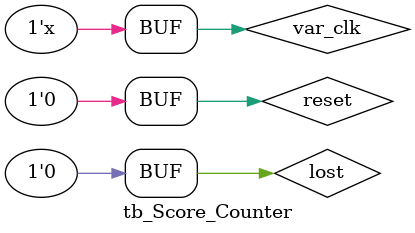
<source format=v>
`timescale 1ns / 1ps


module tb_Score_Counter;

    reg var_clk = 0;
    reg reset, lost;
    wire [15:0] score;

    Score_Counter sc (var_clk, reset, lost, score);

    initial begin
        reset = 0;
        lost = 0;
        #15;
        
        lost = 1;
        #5;
        
        lost = 0;
        reset = 1;
        #1;
        reset = 0;
        #5;
    end
    
    always #1 var_clk = ~var_clk;

endmodule

</source>
